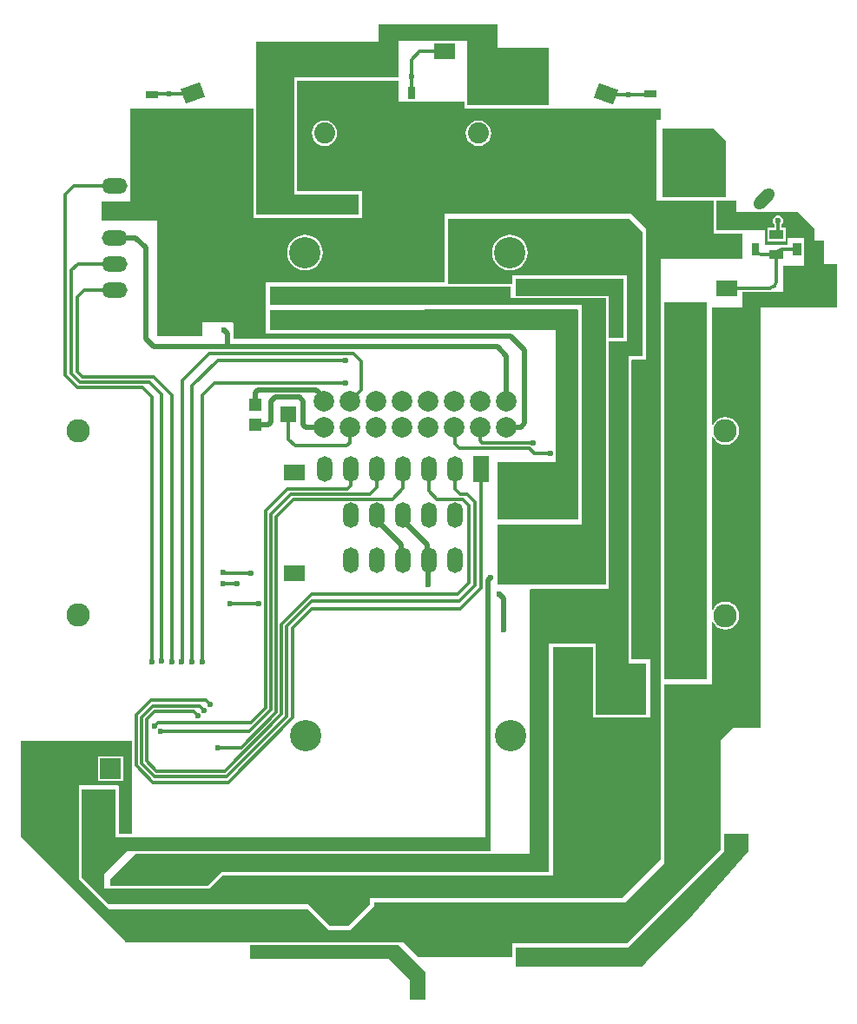
<source format=gtl>
G04*
G04 #@! TF.GenerationSoftware,Altium Limited,Altium Designer,19.0.15 (446)*
G04*
G04 Layer_Physical_Order=1*
G04 Layer_Color=255*
%FSLAX44Y44*%
%MOMM*%
G71*
G01*
G75*
%ADD14C,0.5000*%
%ADD16R,0.7000X1.3000*%
%ADD17R,1.3000X0.7000*%
%ADD18R,2.0000X1.5000*%
G04:AMPARAMS|DCode=19|XSize=2mm|YSize=1.5mm|CornerRadius=0mm|HoleSize=0mm|Usage=FLASHONLY|Rotation=20.000|XOffset=0mm|YOffset=0mm|HoleType=Round|Shape=Rectangle|*
%AMROTATEDRECTD19*
4,1,4,-0.6832,-1.0468,-1.1962,0.3628,0.6832,1.0468,1.1962,-0.3628,-0.6832,-1.0468,0.0*
%
%ADD19ROTATEDRECTD19*%

G04:AMPARAMS|DCode=20|XSize=2mm|YSize=1.5mm|CornerRadius=0mm|HoleSize=0mm|Usage=FLASHONLY|Rotation=160.000|XOffset=0mm|YOffset=0mm|HoleType=Round|Shape=Rectangle|*
%AMROTATEDRECTD20*
4,1,4,1.1962,0.3628,0.6832,-1.0468,-1.1962,-0.3628,-0.6832,1.0468,1.1962,0.3628,0.0*
%
%ADD20ROTATEDRECTD20*%

%ADD21R,1.2000X1.2000*%
%ADD22R,1.5000X1.6000*%
%ADD23R,1.3800X0.9200*%
%ADD24R,0.9000X1.3000*%
%ADD48C,0.3000*%
%ADD49C,3.0500*%
%ADD50O,1.4000X2.0000*%
%ADD51R,1.5000X2.0000*%
%ADD52C,2.0500*%
%ADD53R,2.0000X1.6000*%
%ADD54C,2.2860*%
%ADD55O,1.5000X2.5000*%
%ADD56R,1.5000X2.5000*%
%ADD57O,2.5000X1.5000*%
%ADD58R,2.0000X2.0000*%
%ADD59C,2.0000*%
G04:AMPARAMS|DCode=60|XSize=2.5mm|YSize=1.2mm|CornerRadius=0mm|HoleSize=0mm|Usage=FLASHONLY|Rotation=45.000|XOffset=0mm|YOffset=0mm|HoleType=Round|Shape=Round|*
%AMOVALD60*
21,1,1.3000,1.2000,0.0000,0.0000,45.0*
1,1,1.2000,-0.4596,-0.4596*
1,1,1.2000,0.4596,0.4596*
%
%ADD60OVALD60*%

G04:AMPARAMS|DCode=61|XSize=2.5mm|YSize=1.2mm|CornerRadius=0mm|HoleSize=0mm|Usage=FLASHONLY|Rotation=45.000|XOffset=0mm|YOffset=0mm|HoleType=Round|Shape=Rectangle|*
%AMROTATEDRECTD61*
4,1,4,-0.4596,-1.3082,-1.3082,-0.4596,0.4596,1.3082,1.3082,0.4596,-0.4596,-1.3082,0.0*
%
%ADD61ROTATEDRECTD61*%

%ADD62C,0.6000*%
G36*
X1945000Y566000D02*
X1995000D01*
Y510000D01*
X1916000D01*
Y573000D01*
X1849000D01*
Y537000D01*
X1747320D01*
Y423164D01*
X1810000Y423000D01*
Y403000D01*
X1710000D01*
Y542000D01*
Y572000D01*
X1829000D01*
Y589000D01*
X1945000D01*
Y566000D01*
D02*
G37*
G36*
X2168000Y475000D02*
Y420000D01*
X2106000D01*
Y487000D01*
X2156000D01*
X2168000Y475000D01*
D02*
G37*
G36*
X1849000Y513000D02*
X1913000D01*
Y507000D01*
X2104000D01*
Y496000D01*
X2100000D01*
Y417000D01*
X2156000D01*
Y385000D01*
X2184000D01*
Y360000D01*
X2104000D01*
Y-225000D01*
X2066000Y-263000D01*
X1821000D01*
X1821000Y-269000D01*
X1800000Y-290000D01*
X1781736D01*
X1760368Y-268632D01*
X1565632Y-268632D01*
X1540000Y-243000D01*
X1540000Y-157000D01*
X1573000D01*
Y-204000D01*
X1933448Y-204000D01*
Y-111732D01*
X1938528D01*
X1938528Y-217000D01*
X1584000Y-217000D01*
X1562000Y-239000D01*
Y-254000D01*
X1664316D01*
X1677316Y-241000D01*
X1999000D01*
Y-18000D01*
X2038000D01*
Y-87000D01*
X2094586D01*
Y-30586D01*
X2094000Y-30000D01*
X2076000D01*
Y261000D01*
X2077000Y262000D01*
X2090000D01*
Y390000D01*
X2076000Y404000D01*
X1893372D01*
Y337000D01*
X1719000D01*
Y282000D01*
X1688000D01*
Y297000D01*
X1687000Y298000D01*
X1657350D01*
Y286015D01*
X1656734Y285000D01*
X1613000D01*
Y397000D01*
X1612490Y397510D01*
X1559000D01*
Y416000D01*
X1587000D01*
Y507000D01*
X1707000D01*
Y400000D01*
X1813000D01*
Y426000D01*
X1750000D01*
Y534000D01*
X1849000D01*
Y513000D01*
D02*
G37*
G36*
X2068000Y283000D02*
X2054000D01*
X2054000Y324000D01*
X1963000D01*
X1963000Y341000D01*
X2068000D01*
Y283000D01*
D02*
G37*
G36*
X2178000Y407050D02*
X2178904Y406146D01*
X2237854Y406146D01*
X2254000Y390000D01*
X2254000Y378000D01*
X2264000Y378000D01*
Y355346D01*
X2276000D01*
Y313000D01*
X2202000D01*
Y-97000D01*
X2175000D01*
X2162762Y-109238D01*
Y-215762D01*
X2163000Y-216000D01*
X2072000Y-307000D01*
X1960000D01*
Y-321000D01*
X1868000D01*
X1853000Y-306000D01*
X1583000D01*
X1480000Y-203000D01*
Y-110000D01*
X1589000D01*
Y-200000D01*
X1576000D01*
Y-154000D01*
X1575000Y-153000D01*
X1537000D01*
X1537000Y-244000D01*
X1567000Y-274000D01*
X1760711Y-274000D01*
X1780711Y-294000D01*
X1801000D01*
X1824736Y-270264D01*
X1824736Y-267000D01*
X2070000D01*
X2108000Y-229000D01*
Y-55116D01*
X2153884D01*
X2154000Y-55000D01*
Y6340D01*
X2155270Y6593D01*
X2155651Y5673D01*
X2157804Y2868D01*
X2160609Y715D01*
X2163876Y-638D01*
X2167382Y-1100D01*
X2170888Y-638D01*
X2174155Y715D01*
X2176960Y2868D01*
X2179113Y5673D01*
X2180466Y8940D01*
X2180928Y12446D01*
X2180466Y15952D01*
X2179113Y19219D01*
X2176960Y22024D01*
X2174155Y24177D01*
X2170888Y25530D01*
X2167382Y25992D01*
X2163876Y25530D01*
X2160609Y24177D01*
X2157804Y22024D01*
X2155651Y19219D01*
X2155270Y18299D01*
X2154000Y18552D01*
Y186340D01*
X2155270Y186592D01*
X2155651Y185673D01*
X2157803Y182868D01*
X2160609Y180715D01*
X2163876Y179362D01*
X2167382Y178900D01*
X2170888Y179362D01*
X2174155Y180715D01*
X2176960Y182868D01*
X2179113Y185673D01*
X2180466Y188940D01*
X2180928Y192446D01*
X2180466Y195952D01*
X2179113Y199219D01*
X2176960Y202024D01*
X2174155Y204177D01*
X2170888Y205530D01*
X2167382Y205992D01*
X2163876Y205530D01*
X2160609Y204177D01*
X2157803Y202024D01*
X2155651Y199219D01*
X2155270Y198300D01*
X2154000Y198552D01*
Y313000D01*
X2184000D01*
Y328000D01*
X2224000D01*
Y353000D01*
X2244000D01*
Y380746D01*
X2229254D01*
X2229000Y381000D01*
X2228000Y380000D01*
Y374000D01*
X2206000D01*
Y388000D01*
X2159000D01*
Y417000D01*
X2178000D01*
Y407050D01*
D02*
G37*
G36*
X2024000Y310100D02*
Y106000D01*
X1945000D01*
Y162000D01*
X2002000D01*
Y291000D01*
X1723000D01*
Y310000D01*
X2023100Y310997D01*
X2024000Y310100D01*
D02*
G37*
G36*
X1958086Y332802D02*
Y322000D01*
X1962803D01*
X1963000Y321961D01*
X2051000D01*
Y43000D01*
X1945000D01*
Y101000D01*
X2027000D01*
Y305000D01*
Y315000D01*
X1723000D01*
Y333000D01*
X1958004D01*
X1958086Y332802D01*
D02*
G37*
G36*
X2149000Y318000D02*
Y-26000D01*
Y-50000D01*
X2108000D01*
Y318000D01*
X2149000Y318000D01*
D02*
G37*
G36*
X2087000Y386000D02*
Y265000D01*
X2073000D01*
X2073148Y264852D01*
Y-34000D01*
X2090000D01*
Y-84000D01*
X2041000D01*
X2041000Y-15000D01*
X1995000Y-15000D01*
Y-238000D01*
X1676000Y-238000D01*
X1663000Y-251000D01*
X1568000D01*
Y-244348D01*
X1592348Y-220000D01*
X1930000D01*
X1976884Y-220000D01*
X1976880Y37102D01*
X1977778Y38000D01*
X2054000Y38000D01*
X2054000Y280000D01*
X2071000D01*
Y344000D01*
X1960000D01*
Y336000D01*
X1897000D01*
Y398731D01*
X1897190Y398810D01*
X2074190D01*
X2087000Y386000D01*
D02*
G37*
G36*
X2190000Y-217000D02*
X2135523Y-279523D01*
X2093523Y-321523D01*
X2087000Y-330000D01*
X1963000D01*
Y-311000D01*
X2072000D01*
X2166000Y-217000D01*
Y-200000D01*
X2190000D01*
Y-217000D01*
D02*
G37*
G36*
X1875000Y-335000D02*
Y-362000D01*
X1860898D01*
X1860000Y-361102D01*
X1860000Y-343000D01*
X1839000Y-322000D01*
X1704000Y-322000D01*
X1704000Y-309000D01*
X1849000D01*
X1875000Y-335000D01*
D02*
G37*
%LPC*%
G36*
X1926560Y494909D02*
X1923362Y494488D01*
X1920383Y493254D01*
X1917824Y491290D01*
X1915860Y488731D01*
X1914626Y485751D01*
X1914205Y482553D01*
X1914626Y479356D01*
X1915860Y476376D01*
X1917824Y473817D01*
X1920383Y471853D01*
X1923362Y470619D01*
X1926560Y470198D01*
X1929758Y470619D01*
X1932738Y471853D01*
X1935297Y473817D01*
X1937261Y476376D01*
X1938495Y479356D01*
X1938916Y482553D01*
X1938495Y485751D01*
X1937261Y488731D01*
X1935297Y491290D01*
X1932738Y493254D01*
X1929758Y494488D01*
X1926560Y494909D01*
D02*
G37*
G36*
X1776560D02*
X1773362Y494488D01*
X1770383Y493254D01*
X1767824Y491290D01*
X1765860Y488731D01*
X1764626Y485751D01*
X1764205Y482553D01*
X1764626Y479356D01*
X1765860Y476376D01*
X1767824Y473817D01*
X1770383Y471853D01*
X1773362Y470619D01*
X1776560Y470198D01*
X1779758Y470619D01*
X1782738Y471853D01*
X1785297Y473817D01*
X1787261Y476376D01*
X1788495Y479356D01*
X1788916Y482553D01*
X1788495Y485751D01*
X1787261Y488731D01*
X1785297Y491290D01*
X1782738Y493254D01*
X1779758Y494488D01*
X1776560Y494909D01*
D02*
G37*
G36*
X1757620Y383661D02*
X1754238Y383328D01*
X1750987Y382342D01*
X1747990Y380740D01*
X1745363Y378585D01*
X1743208Y375958D01*
X1741606Y372961D01*
X1740620Y369710D01*
X1740287Y366328D01*
X1740620Y362946D01*
X1741606Y359695D01*
X1743208Y356698D01*
X1745363Y354071D01*
X1747990Y351916D01*
X1750987Y350314D01*
X1754238Y349328D01*
X1757620Y348995D01*
X1761002Y349328D01*
X1764253Y350314D01*
X1767250Y351916D01*
X1769877Y354071D01*
X1772032Y356698D01*
X1773634Y359695D01*
X1774620Y362946D01*
X1774953Y366328D01*
X1774620Y369710D01*
X1773634Y372961D01*
X1772032Y375958D01*
X1769877Y378585D01*
X1767250Y380740D01*
X1764253Y382342D01*
X1761002Y383328D01*
X1757620Y383661D01*
D02*
G37*
G36*
X2218690Y402608D02*
X2216739Y402220D01*
X2215085Y401115D01*
X2213980Y399461D01*
X2213592Y397510D01*
X2213980Y395559D01*
X2215085Y393905D01*
X2215121Y393881D01*
Y390292D01*
X2208368D01*
Y377092D01*
X2226168D01*
Y390292D01*
X2222259D01*
Y393881D01*
X2222295Y393905D01*
X2223400Y395559D01*
X2223788Y397510D01*
X2223400Y399461D01*
X2222295Y401115D01*
X2220641Y402220D01*
X2218690Y402608D01*
D02*
G37*
G36*
X1579942Y-124906D02*
X1555942D01*
Y-148906D01*
X1579942D01*
Y-124906D01*
D02*
G37*
G36*
X1957370Y383661D02*
X1953988Y383328D01*
X1950737Y382342D01*
X1947740Y380740D01*
X1945113Y378585D01*
X1942958Y375958D01*
X1941356Y372961D01*
X1940370Y369710D01*
X1940036Y366328D01*
X1940370Y362946D01*
X1941356Y359695D01*
X1942958Y356698D01*
X1945113Y354071D01*
X1947740Y351916D01*
X1950737Y350314D01*
X1953988Y349328D01*
X1957370Y348995D01*
X1960752Y349328D01*
X1964003Y350314D01*
X1967000Y351916D01*
X1969627Y354071D01*
X1971782Y356698D01*
X1973384Y359695D01*
X1974370Y362946D01*
X1974703Y366328D01*
X1974370Y369710D01*
X1973384Y372961D01*
X1971782Y375958D01*
X1969627Y378585D01*
X1967000Y380740D01*
X1964003Y382342D01*
X1960752Y383328D01*
X1957370Y383661D01*
D02*
G37*
%LPD*%
D14*
X1935988Y-126500D02*
Y46482D01*
X1938528Y49022D01*
X1946910Y33274D02*
X1951482Y28702D01*
Y-1270D02*
Y28702D01*
X1681734Y274320D02*
Y287444D01*
X1678178Y291000D02*
X1681734Y287444D01*
X1592254Y380746D02*
X1602000Y371000D01*
Y282000D02*
Y371000D01*
Y282000D02*
X1609680Y274320D01*
X1681734D01*
X1571752Y380746D02*
X1592254D01*
X1877822Y42672D02*
Y65590D01*
X1878272Y66040D01*
X1681734Y274320D02*
X1944878D01*
X1958086Y284734D02*
X1971548Y271272D01*
Y199898D02*
Y271272D01*
X1967738Y196088D02*
X1971548Y199898D01*
X1953616Y196088D02*
X1967738D01*
X1699260Y284734D02*
X1958086D01*
X1944878Y274320D02*
X1953616Y265582D01*
Y221488D02*
Y265582D01*
X1876358Y67953D02*
X1878272Y66040D01*
X1876358Y67953D02*
Y81495D01*
X1852872Y104982D02*
X1876358Y81495D01*
X1852872Y104982D02*
Y109982D01*
X1850958Y67953D02*
X1852872Y66040D01*
X1850958Y67953D02*
Y81495D01*
X1827472Y104982D02*
X1850958Y81495D01*
X1827472Y104982D02*
Y109982D01*
X1768348Y232664D02*
X1775816Y225196D01*
Y221488D02*
Y225196D01*
X1711875Y232664D02*
X1768348D01*
X1708946Y229735D02*
X1711875Y232664D01*
X1708946Y218280D02*
Y229735D01*
X1755902Y198280D02*
Y221488D01*
X1752092Y225298D02*
X1755902Y221488D01*
X1728724Y225298D02*
X1752092D01*
X1724660Y221234D02*
X1728724Y225298D01*
X1755902Y198280D02*
X1758094Y196088D01*
X1775816D01*
X1724660Y201209D02*
Y221234D01*
X1721731Y198280D02*
X1724660Y201209D01*
X1708946Y198280D02*
X1721731D01*
D16*
X2197050Y369316D02*
D03*
X2178050D02*
D03*
X1861262Y521970D02*
D03*
X1842262D02*
D03*
D17*
X1608430Y520548D02*
D03*
Y501548D02*
D03*
X2094586Y520802D02*
D03*
Y501802D02*
D03*
D18*
X2168648Y331470D02*
D03*
X2250648D02*
D03*
X1811372Y562610D02*
D03*
X1893372D02*
D03*
D19*
X1725443Y550140D02*
D03*
X1648389Y522095D02*
D03*
D20*
X1973763Y549201D02*
D03*
X2050817Y521155D02*
D03*
D21*
X1708946Y218280D02*
D03*
Y198280D02*
D03*
D22*
X1741446Y208280D02*
D03*
D23*
X2217268Y383692D02*
D03*
Y364592D02*
D03*
D24*
X2237232Y369062D02*
D03*
X2256232D02*
D03*
D48*
X2168902Y331724D02*
G03*
X2168648Y331470I0J-254D01*
G01*
X2221738Y369062D02*
G03*
X2217268Y364592I0J-4470D01*
G01*
X2210816Y331724D02*
G03*
X2217268Y338176I0J6452D01*
G01*
X2197050Y369316D02*
G03*
X2201774Y364592I4724J0D01*
G01*
X1861262Y537972D02*
Y554432D01*
Y521970D02*
Y537972D01*
X2073148Y520551D02*
X2094335D01*
X2051422D02*
X2073148D01*
X1677924Y43180D02*
X1691132D01*
X1677924Y54102D02*
X1678051Y53975D01*
X1704721D02*
X1704848Y53848D01*
X1678051Y53975D02*
X1704721D01*
X1745168Y-87319D02*
Y188D01*
X1682373Y-150114D02*
X1745168Y-87319D01*
X1609426Y-150114D02*
X1682373D01*
X1739406Y-86010D02*
Y1624D01*
X1681224Y-144192D02*
X1739406Y-86010D01*
X1610575Y-144192D02*
X1681224D01*
X1679153Y-139192D02*
X1734406Y-83939D01*
X1612646Y-139192D02*
X1679153D01*
X1734406Y-83939D02*
Y3695D01*
X1729406Y-81868D02*
Y108886D01*
X1695130Y-116144D02*
X1729406Y-81868D01*
X1672708Y-116144D02*
X1695130D01*
X1724406Y-79207D02*
Y111506D01*
X1702775Y-100838D02*
X1724406Y-79207D01*
X1616456Y-100838D02*
X1702775D01*
X1719222Y-77320D02*
Y114704D01*
X1704560Y-91982D02*
X1719222Y-77320D01*
X1613999Y-91982D02*
X1704560D01*
X1745168Y188D02*
X1764284Y19304D01*
X1739406Y1624D02*
X1764452Y26670D01*
X1734406Y3695D02*
X1763731Y33020D01*
X1729406Y108886D02*
X1746502Y125982D01*
X1724406Y111506D02*
X1743964Y131064D01*
X1719222Y114704D02*
X1740662Y136144D01*
X1672366Y261366D02*
X1797304D01*
X1647190Y236190D02*
X1672366Y261366D01*
X1647190Y-32766D02*
Y236190D01*
X1669134Y239268D02*
X1796796D01*
X1657350Y227484D02*
X1669134Y239268D01*
X1657350Y-32666D02*
Y227484D01*
X1663866Y267866D02*
X1804266D01*
X1637538Y241538D02*
X1663866Y267866D01*
X1637538Y221488D02*
Y241538D01*
X1908810Y19304D02*
X1929072Y39566D01*
Y155194D01*
X1764284Y19304D02*
X1908810D01*
X1915414Y131064D02*
X1923034Y123444D01*
Y41656D02*
Y123444D01*
X1908048Y26670D02*
X1923034Y41656D01*
X1764452Y26670D02*
X1908048D01*
X1908556Y131064D02*
X1915414D01*
X1911524Y125984D02*
X1917446Y120062D01*
Y43942D02*
Y120062D01*
X1906524Y33020D02*
X1917446Y43942D01*
X1885950Y125984D02*
X1911524D01*
X1763731Y33020D02*
X1906524D01*
X1617218Y-32258D02*
Y228092D01*
X1605360Y239950D02*
X1617218Y228092D01*
X1537796Y239950D02*
X1605360D01*
X1627632Y-32666D02*
Y227584D01*
X1610266Y244950D02*
X1627632Y227584D01*
X1540416Y244950D02*
X1610266D01*
X1524000Y246675D02*
X1535725Y234950D01*
X1524000Y246675D02*
Y423164D01*
X1608328Y-32666D02*
Y225552D01*
X1598930Y234950D02*
X1608328Y225552D01*
X1535725Y234950D02*
X1598930D01*
X1637030Y-32512D02*
Y-31496D01*
X1637538Y-30988D01*
X2168902Y331724D02*
X2210816D01*
X2201774Y364592D02*
X2217268D01*
Y338176D02*
Y364592D01*
X2221738Y369062D02*
X2237232D01*
X1981152Y170434D02*
X1996694D01*
X1976420Y175166D02*
X1981152Y170434D01*
X1804266Y267866D02*
X1812036Y260096D01*
X1637538Y221488D02*
X1637538Y-30988D01*
X1812036Y232308D02*
Y260096D01*
X1801216Y221488D02*
X1812036Y232308D01*
X1746502Y125982D02*
X1842514D01*
X1743964Y131064D02*
X1820926D01*
X1740662Y136144D02*
X1799082D01*
X1610799Y-95181D02*
X1613999Y-91982D01*
X1592967Y-133655D02*
X1609426Y-150114D01*
X1592967Y-133655D02*
Y-84785D01*
X1597967Y-131584D02*
X1610575Y-144192D01*
X1597967Y-131584D02*
Y-86856D01*
X1602967Y-129513D02*
X1612646Y-139192D01*
X1602967Y-129513D02*
Y-88927D01*
X1903672Y135948D02*
X1908556Y131064D01*
X1903672Y135948D02*
Y155194D01*
X1878272Y133662D02*
X1885950Y125984D01*
X1607394Y-70358D02*
X1660906D01*
X1592967Y-84785D02*
X1607394Y-70358D01*
X1609131Y-75692D02*
X1654926D01*
X1597967Y-86856D02*
X1609131Y-75692D01*
X1648693Y-80772D02*
X1653402Y-85482D01*
X1611122Y-80772D02*
X1648693D01*
X1602967Y-88927D02*
X1611122Y-80772D01*
X1654926Y-75692D02*
X1659059Y-79825D01*
X1660906Y-70358D02*
X1664716Y-74168D01*
X1908142Y175166D02*
X1976420D01*
X1930400Y180848D02*
X1979930D01*
X1928216Y183032D02*
X1930400Y180848D01*
X1928216Y183032D02*
Y196088D01*
X1902816D02*
X1903476Y195428D01*
Y179832D02*
Y195428D01*
Y179832D02*
X1908142Y175166D01*
X1878272Y133662D02*
Y155194D01*
X1802072Y139134D02*
Y155194D01*
X1799082Y136144D02*
X1802072Y139134D01*
X1820926Y131064D02*
X1827472Y137610D01*
Y155194D01*
X1842514Y125982D02*
X1852872Y136340D01*
Y155194D01*
X1529588Y248158D02*
X1537796Y239950D01*
X1532382Y431546D02*
X1571752D01*
X1524000Y423164D02*
X1532382Y431546D01*
X1535176Y323008D02*
X1542114Y329946D01*
X1535176Y250190D02*
Y323008D01*
Y250190D02*
X1540416Y244950D01*
X1542114Y329946D02*
X1571752D01*
X1535938Y355346D02*
X1571752D01*
X1529588Y348996D02*
X1535938Y355346D01*
X1529588Y248158D02*
Y348996D01*
X1798287Y177800D02*
X1801216Y180729D01*
Y196088D01*
X1748028Y177800D02*
X1798287D01*
X1741446Y184382D02*
X1748028Y177800D01*
X1741446Y184382D02*
Y208280D01*
X1684528Y24384D02*
X1712722D01*
X2094335Y520551D02*
X2094586Y520802D01*
X2050817Y521155D02*
X2051422Y520551D01*
X1861262Y554432D02*
X1869440Y562610D01*
X1893372D01*
X1647188Y520894D02*
X1648389Y522095D01*
X1608776Y520894D02*
X1647188D01*
X1608430Y520548D02*
X1608776Y520894D01*
X2217268Y383692D02*
X2218690Y385114D01*
Y397510D01*
D49*
X1758534Y-105096D02*
D03*
X1958284D02*
D03*
X1957370Y366328D02*
D03*
X1757620D02*
D03*
D50*
X2116836Y-164592D02*
D03*
Y-37846D02*
D03*
X2115922Y433578D02*
D03*
Y306832D02*
D03*
D51*
X2139534Y-37746D02*
D03*
Y-164646D02*
D03*
X2138620Y306778D02*
D03*
Y433678D02*
D03*
D52*
X1926560Y482553D02*
D03*
X1776560D02*
D03*
D53*
X1956508Y151722D02*
D03*
Y53170D02*
D03*
X1747320Y152062D02*
D03*
Y53510D02*
D03*
D54*
X2167382Y192446D02*
D03*
X2167382Y12446D02*
D03*
X1536446Y192786D02*
D03*
X1536446Y12786D02*
D03*
D55*
X1776672Y155194D02*
D03*
X1802072D02*
D03*
X1827472D02*
D03*
X1852872D02*
D03*
X1878272D02*
D03*
X1903672D02*
D03*
X1802072Y66040D02*
D03*
X1827472D02*
D03*
X1852872D02*
D03*
X1878272D02*
D03*
X1903672D02*
D03*
X1802072Y109982D02*
D03*
X1827472D02*
D03*
X1852872D02*
D03*
X1878272D02*
D03*
X1903672D02*
D03*
D56*
X1929072Y155194D02*
D03*
D57*
X1571752Y329946D02*
D03*
Y355346D02*
D03*
Y380746D02*
D03*
Y406146D02*
D03*
Y431546D02*
D03*
D58*
X1567942Y-136906D02*
D03*
D59*
X1502918D02*
D03*
X1775816Y196088D02*
D03*
X1801216D02*
D03*
X1826616D02*
D03*
X1852016D02*
D03*
X1877416D02*
D03*
X1902816D02*
D03*
X1928216D02*
D03*
X1953616D02*
D03*
X1775816Y221488D02*
D03*
X1801216D02*
D03*
X1826616D02*
D03*
X1852016D02*
D03*
X1877416D02*
D03*
X1902816D02*
D03*
X1928216D02*
D03*
X1953616D02*
D03*
D60*
X2204991Y418829D02*
D03*
D61*
X2151109Y472711D02*
D03*
D62*
X1677924Y43180D02*
D03*
Y54102D02*
D03*
X1691132Y43180D02*
D03*
X1704848Y53848D02*
D03*
X1582500Y-194000D02*
D03*
X2009000Y-47498D02*
D03*
X2168902Y393881D02*
D03*
X1639316Y305000D02*
D03*
X1735000Y466000D02*
D03*
X1803654Y408000D02*
D03*
X1588000Y-235000D02*
D03*
X1917000Y348742D02*
D03*
X2080262Y-64043D02*
D03*
X1726492Y466000D02*
D03*
X2168902Y403000D02*
D03*
X1966808Y113096D02*
D03*
X1973000Y113000D02*
D03*
X1966904Y94096D02*
D03*
X1973000Y94234D02*
D03*
X1754904Y299816D02*
D03*
Y325096D02*
D03*
X2060786Y288000D02*
D03*
Y296000D02*
D03*
X1968500Y328000D02*
D03*
Y337000D02*
D03*
X1747320Y325096D02*
D03*
X1746000Y299720D02*
D03*
X1678178Y291000D02*
D03*
X1617218Y-32258D02*
D03*
X1608328Y-32666D02*
D03*
X1861262Y537972D02*
D03*
X1946910Y33274D02*
D03*
X1877822Y42672D02*
D03*
X2080262Y-55116D02*
D03*
X1647190Y-32766D02*
D03*
X1657350Y-32666D02*
D03*
X1637030Y-32512D02*
D03*
X1803654Y417000D02*
D03*
X1796796Y239268D02*
D03*
X1951482Y-1270D02*
D03*
X1938528Y49022D02*
D03*
X1639316Y296164D02*
D03*
X1989417Y-272620D02*
D03*
X1872426Y-311090D02*
D03*
X1756711Y-286130D02*
D03*
X1681124Y-245824D02*
D03*
X2062632Y-187858D02*
D03*
X1914859Y-254968D02*
D03*
X1795424Y-284432D02*
D03*
X1567332Y-164236D02*
D03*
X1824736Y406146D02*
D03*
X1581290Y-242316D02*
D03*
X2018792Y-47498D02*
D03*
X1909318Y348742D02*
D03*
X2175418Y-210814D02*
D03*
X1969961Y-321489D02*
D03*
X1867455Y-354262D02*
D03*
X1708658Y-314706D02*
D03*
X1996694Y170434D02*
D03*
X1797304Y261366D02*
D03*
X1627632Y-32666D02*
D03*
X1610799Y-95181D02*
D03*
X1653402Y-85482D02*
D03*
X1616456Y-100838D02*
D03*
X1659059Y-79825D02*
D03*
X1672708Y-116144D02*
D03*
X1664716Y-74168D02*
D03*
X1979930Y180848D02*
D03*
X1712722Y24384D02*
D03*
X1684528D02*
D03*
X2073148Y520551D02*
D03*
X1624838Y521155D02*
D03*
X2218690Y397510D02*
D03*
M02*

</source>
